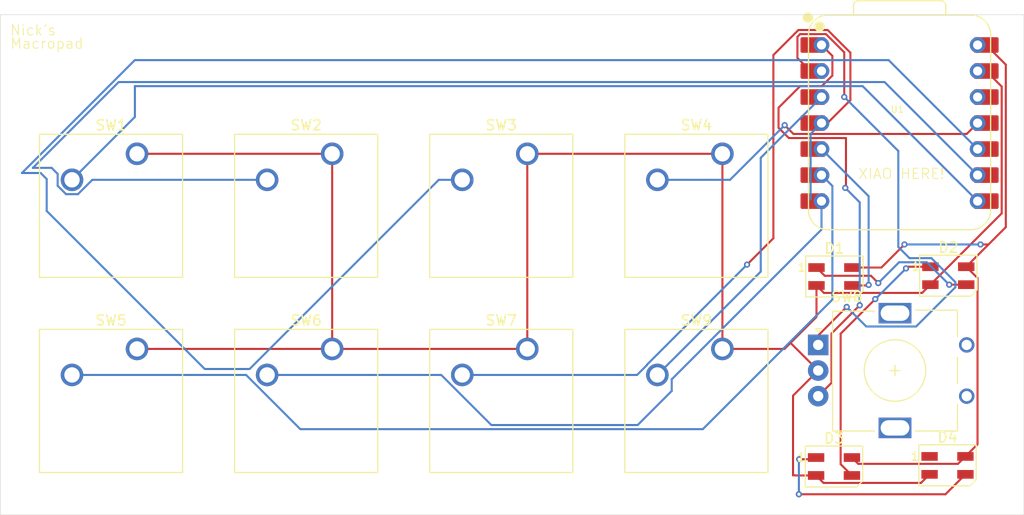
<source format=kicad_pcb>
(kicad_pcb (version 20241229) (generator "pcbnew") (generator_version "9.0")
  (layers (0 "F.Cu" signal) (2 "B.Cu" signal) (13 "F.Paste" user) (15 "B.Paste" user) (5 "F.SilkS" user "F.Silkscreen") (7 "B.SilkS" user "B.Silkscreen") (1 "F.Mask" user) (3 "B.Mask" user) (25 "Edge.Cuts" user))
  (net 0 "")
  (net 1 "GND")
  (net 2 "Net-(D1-DOUT)")
  (net 3 "Net-(D1-DIN)")
  (net 4 "+5V")
  (net 5 "Net-(U1-GPIO1{slash}RX)")
  (net 6 "Net-(U1-GPIO2{slash}SCK)")
  (net 7 "Net-(U1-GPIO4{slash}MISO)")
  (net 8 "Net-(U1-GPIO3{slash}MOSI)")
  (net 10 "Net-(D2-DOUT)")
  (net 11 "Net-(D3-DOUT)")
  (net 13 "Net-(U1-GPIO7{slash}SCL)")
  (net 14 "Net-(U1-GPIO0{slash}TX)")
  (net 15 "Net-(U1-GPIO29{slash}ADC3{slash}A3)")
  (net 16 "Net-(U1-GPIO26{slash}ADC0{slash}A0)")
  (net 17 "Net-(U1-GPIO27{slash}ADC1{slash}A1)")
  (net 18 "Net-(U1-GPIO28{slash}ADC2{slash}A2)")
  (footprint "Button_Switch_Keyboard:SW_Cherry_MX_1.00u_PCB" (layer "F.Cu") (at 116.875 74.09)
    (property "Reference" "SW2" (at -2.54 -2.794 0) (layer "F.SilkS"))
    (property "Value" "SW_Push")
    (fp_line (start -9.525 -1.905) (end 4.445 -1.905) (stroke (width 0.12)) (layer "F.SilkS"))
    (fp_line (start -9.525 12.065) (end -9.525 -1.905) (stroke (width 0.12)) (layer "F.SilkS"))
    (fp_line (start 4.445 -1.905) (end 4.445 12.065) (stroke (width 0.12)) (layer "F.SilkS"))
    (fp_line (start 4.445 12.065) (end -9.525 12.065) (stroke (width 0.12)) (layer "F.SilkS"))
    (pad "" np_thru_hole circle (at -7.62 5.08) (size 1.7 1.7) (drill 1.7) (layers "*.Cu" "*.Mask"))
    (pad "" np_thru_hole circle (at -2.54 5.08) (size 4 4) (drill 4) (layers "*.Cu" "*.Mask"))
    (pad "" np_thru_hole circle (at 2.54 5.08) (size 1.7 1.7) (drill 1.7) (layers "*.Cu" "*.Mask"))
    (pad "1" thru_hole circle (at 0 0) (size 2.2 2.2) (drill 1.5) (layers "*.Cu" "*.Mask") (net 1 "GND"))
    (pad "2" thru_hole circle (at -6.35 2.54) (size 2.2 2.2) (drill 1.5) (layers "*.Cu" "*.Mask") (net 6 "Net-(U1-GPIO2{slash}SCK)"))
  )
  (footprint "Button_Switch_Keyboard:SW_Cherry_MX_1.00u_PCB" (layer "F.Cu") (at 154.975 74.09)
    (property "Reference" "SW4" (at -2.54 -2.794 0) (layer "F.SilkS"))
    (property "Value" "SW_Push")
    (fp_line (start -9.525 -1.905) (end 4.445 -1.905) (stroke (width 0.12)) (layer "F.SilkS"))
    (fp_line (start -9.525 12.065) (end -9.525 -1.905) (stroke (width 0.12)) (layer "F.SilkS"))
    (fp_line (start 4.445 -1.905) (end 4.445 12.065) (stroke (width 0.12)) (layer "F.SilkS"))
    (fp_line (start 4.445 12.065) (end -9.525 12.065) (stroke (width 0.12)) (layer "F.SilkS"))
    (pad "" np_thru_hole circle (at -7.62 5.08) (size 1.7 1.7) (drill 1.7) (layers "*.Cu" "*.Mask"))
    (pad "" np_thru_hole circle (at -2.54 5.08) (size 4 4) (drill 4) (layers "*.Cu" "*.Mask"))
    (pad "" np_thru_hole circle (at 2.54 5.08) (size 1.7 1.7) (drill 1.7) (layers "*.Cu" "*.Mask"))
    (pad "1" thru_hole circle (at 0 0) (size 2.2 2.2) (drill 1.5) (layers "*.Cu" "*.Mask") (net 1 "GND"))
    (pad "2" thru_hole circle (at -6.35 2.54) (size 2.2 2.2) (drill 1.5) (layers "*.Cu" "*.Mask") (net 8 "Net-(U1-GPIO3{slash}MOSI)"))
  )
  (footprint "LED_SMD:LED_SK6812MINI_PLCC4_3.5x3.5mm_P1.75mm" (layer "F.Cu") (at 176.95 104.51)
    (property "Reference" "D4" (at 0 -2.75 0) (layer "F.SilkS"))
    (property "Value" "SK6812MINI")
    (fp_line (start -2.8 -2) (end -2.8 2) (stroke (width 0.12)) (layer "F.SilkS"))
    (fp_line (start -2.8 -2) (end 2.8 -2) (stroke (width 0.12)) (layer "F.SilkS"))
    (fp_line (start -2.8 2) (end 2.2 2) (stroke (width 0.12)) (layer "F.SilkS"))
    (fp_line (start 2.8 1.4) (end 2.2 2) (stroke (width 0.12)) (layer "F.SilkS"))
    (fp_line (start 2.8 1.4) (end 2.8 -2) (stroke (width 0.12)) (layer "F.SilkS"))
    (fp_text user "1" (at -3.2 -0.875 0) (layer "F.SilkS") (effects (font (size 0.8 0.8))))
    (pad "1" smd rect (at -1.75 -0.875) (size 1.6 0.85) (layers "F.Cu" "F.Mask" "F.Paste"))
    (pad "2" smd rect (at -1.75 0.875) (size 1.6 0.85) (layers "F.Cu" "F.Mask" "F.Paste") (net 1 "GND"))
    (pad "3" smd rect (at 1.75 0.875) (size 1.6 0.85) (layers "F.Cu" "F.Mask" "F.Paste") (net 11 "Net-(D3-DOUT)"))
    (pad "4" smd rect (at 1.75 -0.875) (size 1.6 0.85) (layers "F.Cu" "F.Mask" "F.Paste") (net 4 "+5V"))
  )
  (footprint "Button_Switch_Keyboard:SW_Cherry_MX_1.00u_PCB" (layer "F.Cu") (at 135.925 74.09)
    (property "Reference" "SW3" (at -2.54 -2.794 0) (layer "F.SilkS"))
    (property "Value" "SW_Push")
    (fp_line (start -9.525 -1.905) (end 4.445 -1.905) (stroke (width 0.12)) (layer "F.SilkS"))
    (fp_line (start -9.525 12.065) (end -9.525 -1.905) (stroke (width 0.12)) (layer "F.SilkS"))
    (fp_line (start 4.445 -1.905) (end 4.445 12.065) (stroke (width 0.12)) (layer "F.SilkS"))
    (fp_line (start 4.445 12.065) (end -9.525 12.065) (stroke (width 0.12)) (layer "F.SilkS"))
    (pad "" np_thru_hole circle (at -7.62 5.08) (size 1.7 1.7) (drill 1.7) (layers "*.Cu" "*.Mask"))
    (pad "" np_thru_hole circle (at -2.54 5.08) (size 4 4) (drill 4) (layers "*.Cu" "*.Mask"))
    (pad "" np_thru_hole circle (at 2.54 5.08) (size 1.7 1.7) (drill 1.7) (layers "*.Cu" "*.Mask"))
    (pad "1" thru_hole circle (at 0 0) (size 2.2 2.2) (drill 1.5) (layers "*.Cu" "*.Mask") (net 1 "GND"))
    (pad "2" thru_hole circle (at -6.35 2.54) (size 2.2 2.2) (drill 1.5) (layers "*.Cu" "*.Mask") (net 7 "Net-(U1-GPIO4{slash}MISO)"))
  )
  (footprint "Button_Switch_Keyboard:SW_Cherry_MX_1.00u_PCB" (layer "F.Cu") (at 116.875 93.14)
    (property "Reference" "SW6" (at -2.54 -2.794 0) (layer "F.SilkS"))
    (property "Value" "SW_Push")
    (fp_line (start -9.525 -1.905) (end 4.445 -1.905) (stroke (width 0.12)) (layer "F.SilkS"))
    (fp_line (start -9.525 12.065) (end -9.525 -1.905) (stroke (width 0.12)) (layer "F.SilkS"))
    (fp_line (start 4.445 -1.905) (end 4.445 12.065) (stroke (width 0.12)) (layer "F.SilkS"))
    (fp_line (start 4.445 12.065) (end -9.525 12.065) (stroke (width 0.12)) (layer "F.SilkS"))
    (pad "" np_thru_hole circle (at -7.62 5.08) (size 1.7 1.7) (drill 1.7) (layers "*.Cu" "*.Mask"))
    (pad "" np_thru_hole circle (at -2.54 5.08) (size 4 4) (drill 4) (layers "*.Cu" "*.Mask"))
    (pad "" np_thru_hole circle (at 2.54 5.08) (size 1.7 1.7) (drill 1.7) (layers "*.Cu" "*.Mask"))
    (pad "1" thru_hole circle (at 0 0) (size 2.2 2.2) (drill 1.5) (layers "*.Cu" "*.Mask") (net 1 "GND"))
    (pad "2" thru_hole circle (at -6.35 2.54) (size 2.2 2.2) (drill 1.5) (layers "*.Cu" "*.Mask") (net 14 "Net-(U1-GPIO0{slash}TX)"))
  )
  (footprint "Button_Switch_Keyboard:SW_Cherry_MX_1.00u_PCB" (layer "F.Cu") (at 135.925 93.14)
    (property "Reference" "SW7" (at -2.54 -2.794 0) (layer "F.SilkS"))
    (property "Value" "SW_Push")
    (fp_line (start -9.525 -1.905) (end 4.445 -1.905) (stroke (width 0.12)) (layer "F.SilkS"))
    (fp_line (start -9.525 12.065) (end -9.525 -1.905) (stroke (width 0.12)) (layer "F.SilkS"))
    (fp_line (start 4.445 -1.905) (end 4.445 12.065) (stroke (width 0.12)) (layer "F.SilkS"))
    (fp_line (start 4.445 12.065) (end -9.525 12.065) (stroke (width 0.12)) (layer "F.SilkS"))
    (pad "" np_thru_hole circle (at -7.62 5.08) (size 1.7 1.7) (drill 1.7) (layers "*.Cu" "*.Mask"))
    (pad "" np_thru_hole circle (at -2.54 5.08) (size 4 4) (drill 4) (layers "*.Cu" "*.Mask"))
    (pad "" np_thru_hole circle (at 2.54 5.08) (size 1.7 1.7) (drill 1.7) (layers "*.Cu" "*.Mask"))
    (pad "1" thru_hole circle (at 0 0) (size 2.2 2.2) (drill 1.5) (layers "*.Cu" "*.Mask") (net 1 "GND"))
    (pad "2" thru_hole circle (at -6.35 2.54) (size 2.2 2.2) (drill 1.5) (layers "*.Cu" "*.Mask") (net 15 "Net-(U1-GPIO29{slash}ADC3{slash}A3)"))
  )
  (footprint "Button_Switch_Keyboard:SW_Cherry_MX_1.00u_PCB" (layer "F.Cu") (at 97.825 74.09)
    (property "Reference" "SW1" (at -2.54 -2.794 0) (layer "F.SilkS"))
    (property "Value" "SW_Push")
    (fp_line (start -9.525 -1.905) (end 4.445 -1.905) (stroke (width 0.12)) (layer "F.SilkS"))
    (fp_line (start -9.525 12.065) (end -9.525 -1.905) (stroke (width 0.12)) (layer "F.SilkS"))
    (fp_line (start 4.445 -1.905) (end 4.445 12.065) (stroke (width 0.12)) (layer "F.SilkS"))
    (fp_line (start 4.445 12.065) (end -9.525 12.065) (stroke (width 0.12)) (layer "F.SilkS"))
    (pad "" np_thru_hole circle (at -7.62 5.08) (size 1.7 1.7) (drill 1.7) (layers "*.Cu" "*.Mask"))
    (pad "" np_thru_hole circle (at -2.54 5.08) (size 4 4) (drill 4) (layers "*.Cu" "*.Mask"))
    (pad "" np_thru_hole circle (at 2.54 5.08) (size 1.7 1.7) (drill 1.7) (layers "*.Cu" "*.Mask"))
    (pad "1" thru_hole circle (at 0 0) (size 2.2 2.2) (drill 1.5) (layers "*.Cu" "*.Mask") (net 1 "GND"))
    (pad "2" thru_hole circle (at -6.35 2.54) (size 2.2 2.2) (drill 1.5) (layers "*.Cu" "*.Mask") (net 5 "Net-(U1-GPIO1{slash}RX)"))
  )
  (footprint "LED_SMD:LED_SK6812MINI_PLCC4_3.5x3.5mm_P1.75mm" (layer "F.Cu") (at 165.87 104.62)
    (property "Reference" "D3" (at 0 -2.75 0) (layer "F.SilkS"))
    (property "Value" "SK6812MINI")
    (fp_line (start -2.8 -2) (end -2.8 2) (stroke (width 0.12)) (layer "F.SilkS"))
    (fp_line (start -2.8 -2) (end 2.8 -2) (stroke (width 0.12)) (layer "F.SilkS"))
    (fp_line (start -2.8 2) (end 2.2 2) (stroke (width 0.12)) (layer "F.SilkS"))
    (fp_line (start 2.8 1.4) (end 2.2 2) (stroke (width 0.12)) (layer "F.SilkS"))
    (fp_line (start 2.8 1.4) (end 2.8 -2) (stroke (width 0.12)) (layer "F.SilkS"))
    (fp_text user "1" (at -3.2 -0.875 0) (layer "F.SilkS") (effects (font (size 0.8 0.8))))
    (pad "1" smd rect (at -1.75 -0.875) (size 1.6 0.85) (layers "F.Cu" "F.Mask" "F.Paste") (net 11 "Net-(D3-DOUT)"))
    (pad "2" smd rect (at -1.75 0.875) (size 1.6 0.85) (layers "F.Cu" "F.Mask" "F.Paste") (net 1 "GND"))
    (pad "3" smd rect (at 1.75 0.875) (size 1.6 0.85) (layers "F.Cu" "F.Mask" "F.Paste") (net 10 "Net-(D2-DOUT)"))
    (pad "4" smd rect (at 1.75 -0.875) (size 1.6 0.85) (layers "F.Cu" "F.Mask" "F.Paste") (net 4 "+5V"))
  )
  (footprint "Button_Switch_Keyboard:SW_Cherry_MX_1.00u_PCB" (layer "F.Cu") (at 97.825 93.14)
    (property "Reference" "SW5" (at -2.54 -2.794 0) (layer "F.SilkS"))
    (property "Value" "SW_Push")
    (fp_line (start -9.525 -1.905) (end 4.445 -1.905) (stroke (width 0.12)) (layer "F.SilkS"))
    (fp_line (start -9.525 12.065) (end -9.525 -1.905) (stroke (width 0.12)) (layer "F.SilkS"))
    (fp_line (start 4.445 -1.905) (end 4.445 12.065) (stroke (width 0.12)) (layer "F.SilkS"))
    (fp_line (start 4.445 12.065) (end -9.525 12.065) (stroke (width 0.12)) (layer "F.SilkS"))
    (pad "" np_thru_hole circle (at -7.62 5.08) (size 1.7 1.7) (drill 1.7) (layers "*.Cu" "*.Mask"))
    (pad "" np_thru_hole circle (at -2.54 5.08) (size 4 4) (drill 4) (layers "*.Cu" "*.Mask"))
    (pad "" np_thru_hole circle (at 2.54 5.08) (size 1.7 1.7) (drill 1.7) (layers "*.Cu" "*.Mask"))
    (pad "1" thru_hole circle (at 0 0) (size 2.2 2.2) (drill 1.5) (layers "*.Cu" "*.Mask") (net 1 "GND"))
    (pad "2" thru_hole circle (at -6.35 2.54) (size 2.2 2.2) (drill 1.5) (layers "*.Cu" "*.Mask") (net 13 "Net-(U1-GPIO7{slash}SCL)"))
  )
  (footprint "Seeed Studio XIAO Series Library:XIAO-RP2040-DIP" (layer "F.Cu") (at 172.27 71.0885)
    (property "Reference" "U1" (at -0.22 -1.3385 0) (layer "F.SilkS") (effects (font (size 0.635 0.635) (thickness 0.1016))))
    (property "Value" "XIAO-RP2040-DIP")
    (fp_line (start -8.89 8.509) (end -8.89 -8.636) (stroke (width 0.127)) (layer "F.SilkS"))
    (fp_line (start -6.985 10.414) (end 6.985 10.414) (stroke (width 0.127)) (layer "F.SilkS"))
    (fp_line (start -4.495 -10.541) (end -4.491272 -11.451272) (stroke (width 0.127)) (layer "F.SilkS"))
    (fp_line (start -3.991272 -11.951) (end 4.004 -11.951) (stroke (width 0.127)) (layer "F.SilkS"))
    (fp_line (start 4.504 -11.451) (end 4.504 -10.541) (stroke (width 0.127)) (layer "F.SilkS"))
    (fp_line (start 6.985 -10.541) (end -6.985 -10.541) (stroke (width 0.1)) (layer "F.SilkS"))
    (fp_line (start 6.985 -10.541) (end -6.985 -10.541) (stroke (width 0.127)) (layer "F.SilkS"))
    (fp_line (start 8.89 8.509) (end 8.89 -8.636) (stroke (width 0.127)) (layer "F.SilkS"))
    (fp_arc (start -8.89 -8.636) (mid -8.332038 -9.983038) (end -6.985 -10.541) (stroke (width 0.127)) (layer "F.SilkS"))
    (fp_arc (start -6.985 10.414) (mid -8.332038 9.856038) (end -8.89 8.509) (stroke (width 0.127)) (layer "F.SilkS"))
    (fp_arc (start -4.491272 -11.451272) (mid -4.344728 -11.80464) (end -3.991272 -11.951) (stroke (width 0.127)) (layer "F.SilkS"))
    (fp_arc (start 4.004 -11.951) (mid 4.357553 -11.804553) (end 4.504 -11.451) (stroke (width 0.127)) (layer "F.SilkS"))
    (fp_arc (start 6.985 -10.541) (mid 8.332038 -9.983038) (end 8.89 -8.636) (stroke (width 0.127)) (layer "F.SilkS"))
    (fp_arc (start 8.89 8.509) (mid 8.332038 9.856038) (end 6.985 10.414) (stroke (width 0.127)) (layer "F.SilkS"))
    (fp_circle (center -8.95 -10.3) (end -8.95 -10.554) (stroke (width 0.5)) (fill yes) (layer "F.SilkS"))
    (fp_circle (center -7.807 -9.42) (end -7.807 -9.674) (stroke (width 0.5)) (fill yes) (layer "F.SilkS"))
    (pad "1" smd roundrect (at -8.455 -7.62 180) (size 2.432 1.524) (layers "F.Cu" "F.Mask") (roundrect_rratio 0.1) (net 16 "Net-(U1-GPIO26{slash}ADC0{slash}A0)"))
    (pad "1" thru_hole circle (at -7.62 -7.62 180) (size 1.524 1.524) (drill 0.889) (layers "*.Cu" "*.Mask") (net 16 "Net-(U1-GPIO26{slash}ADC0{slash}A0)"))
    (pad "2" smd roundrect (at -8.455 -5.08 180) (size 2.432 1.524) (layers "F.Cu" "F.Mask") (roundrect_rratio 0.1) (net 17 "Net-(U1-GPIO27{slash}ADC1{slash}A1)"))
    (pad "2" thru_hole circle (at -7.62 -5.08 180) (size 1.524 1.524) (drill 0.889) (layers "*.Cu" "*.Mask") (net 17 "Net-(U1-GPIO27{slash}ADC1{slash}A1)"))
    (pad "3" smd roundrect (at -8.455 -2.54 180) (size 2.432 1.524) (layers "F.Cu" "F.Mask") (roundrect_rratio 0.1) (net 18 "Net-(U1-GPIO28{slash}ADC2{slash}A2)"))
    (pad "3" thru_hole circle (at -7.62 -2.54 180) (size 1.524 1.524) (drill 0.889) (layers "*.Cu" "*.Mask") (net 18 "Net-(U1-GPIO28{slash}ADC2{slash}A2)"))
    (pad "4" smd roundrect (at -8.455 0 180) (size 2.432 1.524) (layers "F.Cu" "F.Mask") (roundrect_rratio 0.1) (net 15 "Net-(U1-GPIO29{slash}ADC3{slash}A3)"))
    (pad "4" thru_hole circle (at -7.62 0 180) (size 1.524 1.524) (drill 0.889) (layers "*.Cu" "*.Mask") (net 15 "Net-(U1-GPIO29{slash}ADC3{slash}A3)"))
    (pad "5" smd roundrect (at -8.455 2.54 180) (size 2.432 1.524) (layers "F.Cu" "F.Mask") (roundrect_rratio 0.1) (net 3 "Net-(D1-DIN)"))
    (pad "5" thru_hole circle (at -7.62 2.54 180) (size 1.524 1.524) (drill 0.889) (layers "*.Cu" "*.Mask") (net 3 "Net-(D1-DIN)"))
    (pad "6" smd roundrect (at -8.455 5.08 180) (size 2.432 1.524) (layers "F.Cu" "F.Mask") (roundrect_rratio 0.1) (net 13 "Net-(U1-GPIO7{slash}SCL)"))
    (pad "6" thru_hole circle (at -7.62 5.08 180) (size 1.524 1.524) (drill 0.889) (layers "*.Cu" "*.Mask") (net 13 "Net-(U1-GPIO7{slash}SCL)"))
    (pad "7" smd roundrect (at -8.455 7.62 180) (size 2.432 1.524) (layers "F.Cu" "F.Mask") (roundrect_rratio 0.1) (net 14 "Net-(U1-GPIO0{slash}TX)"))
    (pad "7" thru_hole circle (at -7.62 7.62 180) (size 1.524 1.524) (drill 0.889) (layers "*.Cu" "*.Mask") (net 14 "Net-(U1-GPIO0{slash}TX)"))
    (pad "8" thru_hole circle (at 7.62 7.62) (size 1.524 1.524) (drill 0.889) (layers "*.Cu" "*.Mask") (net 5 "Net-(U1-GPIO1{slash}RX)"))
    (pad "8" smd roundrect (at 8.455 7.62) (size 2.432 1.524) (layers "F.Cu" "F.Mask") (roundrect_rratio 0.1) (net 5 "Net-(U1-GPIO1{slash}RX)"))
    (pad "9" thru_hole circle (at 7.62 5.08) (size 1.524 1.524) (drill 0.889) (layers "*.Cu" "*.Mask") (net 6 "Net-(U1-GPIO2{slash}SCK)"))
    (pad "9" smd roundrect (at 8.455 5.08) (size 2.432 1.524) (layers "F.Cu" "F.Mask") (roundrect_rratio 0.1) (net 6 "Net-(U1-GPIO2{slash}SCK)"))
    (pad "10" thru_hole circle (at 7.62 2.54) (size 1.524 1.524) (drill 0.889) (layers "*.Cu" "*.Mask") (net 7 "Net-(U1-GPIO4{slash}MISO)"))
    (pad "10" smd roundrect (at 8.455 2.54) (size 2.432 1.524) (layers "F.Cu" "F.Mask") (roundrect_rratio 0.1) (net 7 "Net-(U1-GPIO4{slash}MISO)"))
    (pad "11" thru_hole circle (at 7.62 0) (size 1.524 1.524) (drill 0.889) (layers "*.Cu" "*.Mask") (net 8 "Net-(U1-GPIO3{slash}MOSI)"))
    (pad "11" smd roundrect (at 8.455 0) (size 2.432 1.524) (layers "F.Cu" "F.Mask") (roundrect_rratio 0.1) (net 8 "Net-(U1-GPIO3{slash}MOSI)"))
    (pad "12" thru_hole circle (at 7.62 -2.54) (size 1.524 1.524) (drill 0.889) (layers "*.Cu" "*.Mask"))
    (pad "12" smd roundrect (at 8.455 -2.54) (size 2.432 1.524) (layers "F.Cu" "F.Mask") (roundrect_rratio 0.1))
    (pad "13" thru_hole circle (at 7.62 -5.08) (size 1.524 1.524) (drill 0.889) (layers "*.Cu" "*.Mask") (net 1 "GND"))
    (pad "13" smd roundrect (at 8.455 -5.08) (size 2.432 1.524) (layers "F.Cu" "F.Mask") (roundrect_rratio 0.1) (net 1 "GND"))
    (pad "14" thru_hole circle (at 7.62 -7.62) (size 1.524 1.524) (drill 0.889) (layers "*.Cu" "*.Mask") (net 4 "+5V"))
    (pad "14" smd roundrect (at 8.455 -7.62) (size 2.432 1.524) (layers "F.Cu" "F.Mask") (roundrect_rratio 0.1) (net 4 "+5V"))
  )
  (footprint "LED_SMD:LED_SK6812MINI_PLCC4_3.5x3.5mm_P1.75mm" (layer "F.Cu") (at 177.03 85.99)
    (property "Reference" "D2" (at 0 -2.75 0) (layer "F.SilkS"))
    (property "Value" "SK6812MINI")
    (fp_line (start -2.8 -2) (end -2.8 2) (stroke (width 0.12)) (layer "F.SilkS"))
    (fp_line (start -2.8 -2) (end 2.8 -2) (stroke (width 0.12)) (layer "F.SilkS"))
    (fp_line (start -2.8 2) (end 2.2 2) (stroke (width 0.12)) (layer "F.SilkS"))
    (fp_line (start 2.8 1.4) (end 2.2 2) (stroke (width 0.12)) (layer "F.SilkS"))
    (fp_line (start 2.8 1.4) (end 2.8 -2) (stroke (width 0.12)) (layer "F.SilkS"))
    (fp_text user "1" (at -3.2 -0.875 0) (layer "F.SilkS") (effects (font (size 0.8 0.8))))
    (pad "1" smd rect (at -1.75 -0.875) (size 1.6 0.85) (layers "F.Cu" "F.Mask" "F.Paste") (net 10 "Net-(D2-DOUT)"))
    (pad "2" smd rect (at -1.75 0.875) (size 1.6 0.85) (layers "F.Cu" "F.Mask" "F.Paste") (net 1 "GND"))
    (pad "3" smd rect (at 1.75 0.875) (size 1.6 0.85) (layers "F.Cu" "F.Mask" "F.Paste") (net 2 "Net-(D1-DOUT)"))
    (pad "4" smd rect (at 1.75 -0.875) (size 1.6 0.85) (layers "F.Cu" "F.Mask" "F.Paste") (net 4 "+5V"))
  )
  (footprint "Rotary_Encoder:RotaryEncoder_Alps_EC11E_Vertical_H20mm" (layer "F.Cu") (at 164.325 92.75)
    (property "Reference" "SW8" (at 2.8 -4.7 0) (layer "F.SilkS"))
    (property "Value" "RotaryEncoder")
    (fp_line (start -0.3 -1.6) (end 0.3 -1.6) (stroke (width 0.12)) (layer "F.SilkS"))
    (fp_line (start 0 -1.3) (end -0.3 -1.6) (stroke (width 0.12)) (layer "F.SilkS"))
    (fp_line (start 0.3 -1.6) (end 0 -1.3) (stroke (width 0.12)) (layer "F.SilkS"))
    (fp_line (start 1.4 -3.3) (end 1.4 8.4) (stroke (width 0.12)) (layer "F.SilkS"))
    (fp_line (start 5.5 -3.3) (end 1.4 -3.3) (stroke (width 0.12)) (layer "F.SilkS"))
    (fp_line (start 5.5 8.4) (end 1.4 8.4) (stroke (width 0.12)) (layer "F.SilkS"))
    (fp_line (start 7 2.5) (end 8 2.5) (stroke (width 0.12)) (layer "F.SilkS"))
    (fp_line (start 7.5 2) (end 7.5 3) (stroke (width 0.12)) (layer "F.SilkS"))
    (fp_line (start 9.5 -3.4) (end 13.6 -3.4) (stroke (width 0.12)) (layer "F.SilkS"))
    (fp_line (start 13.6 -3.4) (end 13.6 -0.8) (stroke (width 0.12)) (layer "F.SilkS"))
    (fp_line (start 13.6 1.2) (end 13.6 3.8) (stroke (width 0.12)) (layer "F.SilkS"))
    (fp_line (start 13.6 5.8) (end 13.6 8.4) (stroke (width 0.12)) (layer "F.SilkS"))
    (fp_line (start 13.6 8.4) (end 9.5 8.4) (stroke (width 0.12)) (layer "F.SilkS"))
    (fp_circle (center 7.5 2.5) (end 10.5 2.5) (stroke (width 0.12)) (fill no) (layer "F.SilkS"))
    (pad "" thru_hole circle (at 14.5 0) (size 1.5 1.5) (drill 1) (layers "*.Cu" "*.Mask"))
    (pad "" thru_hole circle (at 14.5 5) (size 1.5 1.5) (drill 1) (layers "*.Cu" "*.Mask"))
    (pad "A" thru_hole rect (at 0 0) (size 2 2) (drill 1) (layers "*.Cu" "*.Mask") (net 17 "Net-(U1-GPIO27{slash}ADC1{slash}A1)"))
    (pad "B" thru_hole circle (at 0 5) (size 2 2) (drill 1) (layers "*.Cu" "*.Mask") (net 16 "Net-(U1-GPIO26{slash}ADC0{slash}A0)"))
    (pad "C" thru_hole circle (at 0 2.5) (size 2 2) (drill 1) (layers "*.Cu" "*.Mask") (net 1 "GND"))
    (pad "MP" thru_hole rect (at 7.5 -3.1) (size 3.2 2) (drill oval 2.8 1.5) (layers "*.Cu" "*.Mask"))
    (pad "MP" thru_hole rect (at 7.5 8.1) (size 3.2 2) (drill oval 2.8 1.5) (layers "*.Cu" "*.Mask"))
  )
  (footprint "Button_Switch_Keyboard:SW_Cherry_MX_1.00u_PCB" (layer "F.Cu") (at 154.975 93.14)
    (property "Reference" "SW9" (at -2.54 -2.794 0) (layer "F.SilkS"))
    (property "Value" "SW_Push")
    (fp_line (start -9.525 -1.905) (end 4.445 -1.905) (stroke (width 0.12)) (layer "F.SilkS"))
    (fp_line (start -9.525 12.065) (end -9.525 -1.905) (stroke (width 0.12)) (layer "F.SilkS"))
    (fp_line (start 4.445 -1.905) (end 4.445 12.065) (stroke (width 0.12)) (layer "F.SilkS"))
    (fp_line (start 4.445 12.065) (end -9.525 12.065) (stroke (width 0.12)) (layer "F.SilkS"))
    (pad "" np_thru_hole circle (at -7.62 5.08) (size 1.7 1.7) (drill 1.7) (layers "*.Cu" "*.Mask"))
    (pad "" np_thru_hole circle (at -2.54 5.08) (size 4 4) (drill 4) (layers "*.Cu" "*.Mask"))
    (pad "" np_thru_hole circle (at 2.54 5.08) (size 1.7 1.7) (drill 1.7) (layers "*.Cu" "*.Mask"))
    (pad "1" thru_hole circle (at 0 0) (size 2.2 2.2) (drill 1.5) (layers "*.Cu" "*.Mask") (net 1 "GND"))
    (pad "2" thru_hole circle (at -6.35 2.54) (size 2.2 2.2) (drill 1.5) (layers "*.Cu" "*.Mask") (net 18 "Net-(U1-GPIO28{slash}ADC2{slash}A2)"))
  )
  (footprint "LED_SMD:LED_SK6812MINI_PLCC4_3.5x3.5mm_P1.75mm" (layer "F.Cu") (at 165.91 86.07)
    (property "Reference" "D1" (at 0 -2.75 0) (layer "F.SilkS"))
    (property "Value" "SK6812MINI")
    (fp_line (start -2.8 -2) (end -2.8 2) (stroke (width 0.12)) (layer "F.SilkS"))
    (fp_line (start -2.8 -2) (end 2.8 -2) (stroke (width 0.12)) (layer "F.SilkS"))
    (fp_line (start -2.8 2) (end 2.2 2) (stroke (width 0.12)) (layer "F.SilkS"))
    (fp_line (start 2.8 1.4) (end 2.2 2) (stroke (width 0.12)) (layer "F.SilkS"))
    (fp_line (start 2.8 1.4) (end 2.8 -2) (stroke (width 0.12)) (layer "F.SilkS"))
    (fp_text user "1" (at -3.2 -0.875 0) (layer "F.SilkS") (effects (font (size 0.8 0.8))))
    (pad "1" smd rect (at -1.75 -0.875) (size 1.6 0.85) (layers "F.Cu" "F.Mask" "F.Paste") (net 2 "Net-(D1-DOUT)"))
    (pad "2" smd rect (at -1.75 0.875) (size 1.6 0.85) (layers "F.Cu" "F.Mask" "F.Paste") (net 1 "GND"))
    (pad "3" smd rect (at 1.75 0.875) (size 1.6 0.85) (layers "F.Cu" "F.Mask" "F.Paste") (net 3 "Net-(D1-DIN)"))
    (pad "4" smd rect (at 1.75 -0.875) (size 1.6 0.85) (layers "F.Cu" "F.Mask" "F.Paste") (net 4 "+5V"))
  )
  (gr_rect (start 84.47 60.51) (end 184.41 109.33) (stroke (width 0.05)) (fill no) (layer "Edge.Cuts"))
  (gr_text "Nick's" (at 85.37 62.61 0) (layer "F.SilkS") (effects (font (size 1 1) (thickness 0.1)) (justify left bottom)))
  (gr_text "XIAO HERE!" (at 168.17 76.63 0) (layer "F.SilkS") (effects (font (size 1 1) (thickness 0.1)) (justify left bottom)))
  (gr_text "Macropad" (at 85.39 63.91 0) (layer "F.SilkS") (effects (font (size 1 1) (thickness 0.1)) (justify left bottom)))
  (segment (start 164.325 95.25) (end 161.87 97.705) (width 0.2) (layer "F.Cu") (net 1))
  (segment (start 116.875 93.14) (end 97.825 93.14) (width 0.2) (layer "F.Cu") (net 1))
  (segment (start 164.886 87.671) (end 174.474 87.671) (width 0.2) (layer "F.Cu") (net 1))
  (segment (start 164.12 105.495) (end 164.846 106.221) (width 0.2) (layer "F.Cu") (net 1))
  (segment (start 97.825 74.09) (end 116.875 74.09) (width 0.2) (layer "F.Cu") (net 1))
  (segment (start 116.875 74.09) (end 116.875 93.14) (width 0.2) (layer "F.Cu") (net 1))
  (segment (start 175.28 86.865) (end 182.242 79.903) (width 0.2) (layer "F.Cu") (net 1))
  (segment (start 174.364 106.221) (end 175.2 105.385) (width 0.2) (layer "F.Cu") (net 1))
  (segment (start 182.242 79.903) (end 182.242 67.5255) (width 0.2) (layer "F.Cu") (net 1))
  (segment (start 161.62625 92.55125) (end 164.325 95.25) (width 0.2) (layer "F.Cu") (net 1))
  (segment (start 161.87 97.705) (end 161.87 105.48) (width 0.2) (layer "F.Cu") (net 1))
  (segment (start 162.105 105.495) (end 164.12 105.495) (width 0.2) (layer "F.Cu") (net 1))
  (segment (start 164.16 86.945) (end 164.886 87.671) (width 0.2) (layer "F.Cu") (net 1))
  (segment (start 135.925 74.09) (end 135.925 93.14) (width 0.2) (layer "F.Cu") (net 1))
  (segment (start 161.87 105.48) (end 162.09 105.48) (width 0.2) (layer "F.Cu") (net 1))
  (segment (start 161.62625 92.55125) (end 164.16 90.0175) (width 0.2) (layer "F.Cu") (net 1))
  (segment (start 162.09 105.48) (end 162.105 105.495) (width 0.2) (layer "F.Cu") (net 1))
  (segment (start 164.846 106.221) (end 174.364 106.221) (width 0.2) (layer "F.Cu") (net 1))
  (segment (start 154.975 74.09) (end 154.975 93.14) (width 0.2) (layer "F.Cu") (net 1))
  (segment (start 135.925 74.09) (end 154.975 74.09) (width 0.2) (layer "F.Cu") (net 1))
  (segment (start 182.242 67.5255) (end 180.725 66.0085) (width 0.2) (layer "F.Cu") (net 1))
  (segment (start 174.474 87.671) (end 175.28 86.865) (width 0.2) (layer "F.Cu") (net 1))
  (segment (start 161.62625 92.55125) (end 161.0375 93.14) (width 0.2) (layer "F.Cu") (net 1))
  (segment (start 116.875 93.14) (end 135.925 93.14) (width 0.2) (layer "F.Cu") (net 1))
  (segment (start 164.16 90.0175) (end 164.16 86.945) (width 0.2) (layer "F.Cu") (net 1))
  (segment (start 161.0375 93.14) (end 154.975 93.14) (width 0.2) (layer "F.Cu") (net 1))
  (segment (start 164.965 86) (end 164.16 85.195) (width 0.2) (layer "F.Cu") (net 2))
  (segment (start 177.125 86.865) (end 177.12 86.87) (width 0.2) (layer "F.Cu") (net 2))
  (segment (start 170.19 86.71) (end 169.48 86) (width 0.2) (layer "F.Cu") (net 2))
  (segment (start 178.78 86.865) (end 177.125 86.865) (width 0.2) (layer "F.Cu") (net 2))
  (segment (start 169.48 86) (end 164.965 86) (width 0.2) (layer "F.Cu") (net 2))
  (via (at 177.12 86.87) (size 0.6) (drill 0.3) (layers "F.Cu" "B.Cu") (net 2))
  (via (at 170.19 86.71) (size 0.6) (drill 0.3) (layers "F.Cu" "B.Cu") (net 2))
  (segment (start 172.221 84.679) (end 170.19 86.71) (width 0.2) (layer "B.Cu") (net 2))
  (segment (start 177.12 86.87) (end 174.929 84.679) (width 0.2) (layer "B.Cu") (net 2))
  (segment (start 174.929 84.679) (end 172.221 84.679) (width 0.2) (layer "B.Cu") (net 2))
  (segment (start 169.195 86.945) (end 169.25 86.89) (width 0.2) (layer "F.Cu") (net 3))
  (segment (start 167.66 86.945) (end 169.195 86.945) (width 0.2) (layer "F.Cu") (net 3))
  (via (at 169.25 86.89) (size 0.6) (drill 0.3) (layers "F.Cu" "B.Cu") (net 3))
  (segment (start 169.25 86.89) (end 169.25 78.2285) (width 0.2) (layer "B.Cu") (net 3))
  (segment (start 169.25 78.2285) (end 164.65 73.6285) (width 0.2) (layer "B.Cu") (net 3))
  (segment (start 178.78 85.115) (end 179.881 86.216) (width 0.2) (layer "F.Cu") (net 4))
  (segment (start 167.66 85.195) (end 170.495 85.195) (width 0.2) (layer "F.Cu") (net 4))
  (segment (start 180.17 82.94) (end 180.955 82.94) (width 0.2) (layer "F.Cu") (net 4))
  (segment (start 178.7 103.635) (end 177.974 104.361) (width 0.2) (layer "F.Cu") (net 4))
  (segment (start 182.643 81.252) (end 180.955 82.94) (width 0.2) (layer "F.Cu") (net 4))
  (segment (start 179.881 102.454) (end 178.7 103.635) (width 0.2) (layer "F.Cu") (net 4))
  (segment (start 182.643 65.3865) (end 182.643 81.252) (width 0.2) (layer "F.Cu") (net 4))
  (segment (start 180.955 82.94) (end 178.78 85.115) (width 0.2) (layer "F.Cu") (net 4))
  (segment (start 170.495 85.195) (end 172.75 82.94) (width 0.2) (layer "F.Cu") (net 4))
  (segment (start 179.881 86.216) (end 179.881 102.454) (width 0.2) (layer "F.Cu") (net 4))
  (segment (start 177.974 104.361) (end 168.236 104.361) (width 0.2) (layer "F.Cu") (net 4))
  (segment (start 168.236 104.361) (end 167.62 103.745) (width 0.2) (layer "F.Cu") (net 4))
  (segment (start 180.725 63.4685) (end 182.643 65.3865) (width 0.2) (layer "F.Cu") (net 4))
  (via (at 172.75 82.94) (size 0.6) (drill 0.3) (layers "F.Cu" "B.Cu") (net 4))
  (via (at 180.17 82.94) (size 0.6) (drill 0.3) (layers "F.Cu" "B.Cu") (net 4))
  (segment (start 172.75 82.94) (end 180.17 82.94) (width 0.2) (layer "B.Cu") (net 4))
  (segment (start 180.23 83) (end 180.17 82.94) (width 0.2) (layer "B.Cu") (net 4))
  (segment (start 168.667 67.4855) (end 179.89 78.7085) (width 0.2) (layer "B.Cu") (net 5))
  (segment (start 97.6145 70.4905) (end 91.475 76.63) (width 0.2) (layer "B.Cu") (net 5))
  (segment (start 97.6145 67.4855) (end 97.6145 70.4905) (width 0.2) (layer "B.Cu") (net 5))
  (segment (start 97.6145 67.4855) (end 168.667 67.4855) (width 0.2) (layer "B.Cu") (net 5))
  (segment (start 87.65775 75.460936) (end 96.034186 67.0845) (width 0.2) (layer "B.Cu") (net 6))
  (segment (start 110.525 76.63) (end 93.456314 76.63) (width 0.2) (layer "B.Cu") (net 6))
  (segment (start 90.894686 78.031) (end 90.074 77.210314) (width 0.2) (layer "B.Cu") (net 6))
  (segment (start 92.055314 78.031) (end 90.894686 78.031) (width 0.2) (layer "B.Cu") (net 6))
  (segment (start 93.456314 76.63) (end 92.055314 78.031) (width 0.2) (layer "B.Cu") (net 6))
  (segment (start 96.034186 67.0845) (end 170.806 67.0845) (width 0.2) (layer "B.Cu") (net 6))
  (segment (start 170.806 67.0845) (end 179.89 76.1685) (width 0.2) (layer "B.Cu") (net 6))
  (segment (start 90.074 77.210314) (end 90.074 76.049686) (width 0.2) (layer "B.Cu") (net 6))
  (segment (start 89.48525 75.460936) (end 90.074 76.049686) (width 0.2) (layer "B.Cu") (net 6))
  (segment (start 87.65775 75.460936) (end 89.48525 75.460936) (width 0.2) (layer "B.Cu") (net 6))
  (segment (start 104.436216 95.099686) (end 89.004 79.66747) (width 0.2) (layer "B.Cu") (net 7))
  (segment (start 171.207 64.9455) (end 179.89 73.6285) (width 0.2) (layer "B.Cu") (net 7))
  (segment (start 89.004 79.66747) (end 89.004 76.552586) (width 0.2) (layer "B.Cu") (net 7))
  (segment (start 129.575 76.63) (end 127.285284 76.63) (width 0.2) (layer "B.Cu") (net 7))
  (segment (start 86.58775 75.963836) (end 88.41525 75.963836) (width 0.2) (layer "B.Cu") (net 7))
  (segment (start 127.285284 76.63) (end 108.815598 95.099686) (width 0.2) (layer "B.Cu") (net 7))
  (segment (start 86.58775 75.963836) (end 97.606086 64.9455) (width 0.2) (layer "B.Cu") (net 7))
  (segment (start 97.606086 64.9455) (end 171.207 64.9455) (width 0.2) (layer "B.Cu") (net 7))
  (segment (start 108.815598 95.099686) (end 104.436216 95.099686) (width 0.2) (layer "B.Cu") (net 7))
  (segment (start 88.41525 75.963836) (end 89.004 76.552586) (width 0.2) (layer "B.Cu") (net 7))
  (segment (start 161.9115 72.1515) (end 178.827 72.1515) (width 0.2) (layer "F.Cu") (net 8))
  (segment (start 161.054985 71.294985) (end 161.9115 72.1515) (width 0.2) (layer "F.Cu") (net 8))
  (segment (start 178.827 72.1515) (end 179.89 71.0885) (width 0.2) (layer "F.Cu") (net 8))
  (via (at 161.054985 71.294985) (size 0.6) (drill 0.3) (layers "F.Cu" "B.Cu") (net 8))
  (segment (start 155.71997 76.63) (end 161.054985 71.294985) (width 0.2) (layer "B.Cu") (net 8))
  (segment (start 148.625 76.63) (end 155.71997 76.63) (width 0.2) (layer "B.Cu") (net 8))
  (segment (start 166.519 104.394) (end 166.519 91.650873) (width 0.2) (layer "F.Cu") (net 10))
  (segment (start 173.065 85.115) (end 175.28 85.115) (width 0.2) (layer "F.Cu") (net 10))
  (segment (start 166.519 91.650873) (end 169.898873 88.271) (width 0.2) (layer "F.Cu") (net 10))
  (segment (start 172.9 85.28) (end 173.065 85.115) (width 0.2) (layer "F.Cu") (net 10))
  (segment (start 167.62 105.495) (end 166.519 104.394) (width 0.2) (layer "F.Cu") (net 10))
  (via (at 172.9 85.28) (size 0.6) (drill 0.3) (layers "F.Cu" "B.Cu") (net 10))
  (via (at 169.898873 88.271) (size 0.6) (drill 0.3) (layers "F.Cu" "B.Cu") (net 10))
  (segment (start 169.898873 88.271) (end 169.909 88.271) (width 0.2) (layer "B.Cu") (net 10))
  (segment (start 169.909 88.271) (end 172.9 85.28) (width 0.2) (layer "B.Cu") (net 10))
  (segment (start 176.755 107.33) (end 162.44 107.33) (width 0.2) (layer "F.Cu") (net 11))
  (segment (start 162.47 103.91) (end 163.955 103.91) (width 0.2) (layer "F.Cu") (net 11))
  (segment (start 178.7 105.385) (end 176.755 107.33) (width 0.2) (layer "F.Cu") (net 11))
  (segment (start 163.955 103.91) (end 164.12 103.745) (width 0.2) (layer "F.Cu") (net 11))
  (via (at 162.44 107.33) (size 0.6) (drill 0.3) (layers "F.Cu" "B.Cu") (net 11))
  (via (at 162.47 103.91) (size 0.6) (drill 0.3) (layers "F.Cu" "B.Cu") (net 11))
  (segment (start 162.44 103.94) (end 162.47 103.91) (width 0.2) (layer "B.Cu") (net 11))
  (segment (start 162.44 107.33) (end 162.44 103.94) (width 0.2) (layer "B.Cu") (net 11))
  (segment (start 91.475 95.68) (end 108.470184 95.68) (width 0.2) (layer "B.Cu") (net 13))
  (segment (start 165.713 88.32353) (end 165.713 77.2315) (width 0.2) (layer "B.Cu") (net 13))
  (segment (start 108.470184 95.68) (end 113.762184 100.972) (width 0.2) (layer "B.Cu") (net 13))
  (segment (start 165.713 77.2315) (end 164.65 76.1685) (width 0.2) (layer "B.Cu") (net 13))
  (segment (start 153.06453 100.972) (end 165.713 88.32353) (width 0.2) (layer "B.Cu") (net 13))
  (segment (start 113.762184 100.972) (end 153.06453 100.972) (width 0.2) (layer "B.Cu") (net 13))
  (segment (start 164.65 81.483686) (end 150.026 96.107686) (width 0.2) (layer "B.Cu") (net 14))
  (segment (start 132.411184 100.571) (end 146.70247 100.571) (width 0.2) (layer "B.Cu") (net 14))
  (segment (start 164.65 78.7085) (end 164.65 81.483686) (width 0.2) (layer "B.Cu") (net 14))
  (segment (start 164.4115 78.7085) (end 164.65 78.7085) (width 0.2) (layer "B.Cu") (net 14))
  (segment (start 150.026 96.107686) (end 150.026 97.24747) (width 0.2) (layer "B.Cu") (net 14))
  (segment (start 110.525 95.68) (end 127.520184 95.68) (width 0.2) (layer "B.Cu") (net 14))
  (segment (start 150.026 97.24747) (end 146.70247 100.571) (width 0.2) (layer "B.Cu") (net 14))
  (segment (start 127.520184 95.68) (end 132.411184 100.571) (width 0.2) (layer "B.Cu") (net 14))
  (segment (start 157.38 84.91) (end 159.95181 82.33819) (width 0.2) (layer "F.Cu") (net 15))
  (segment (start 159.95181 64.445964) (end 162.393274 62.0045) (width 0.2) (layer "F.Cu") (net 15))
  (segment (start 162.393274 62.0045) (end 165.25641 62.0045) (width 0.2) (layer "F.Cu") (net 15))
  (segment (start 167.471 64.21909) (end 167.471 68.849) (width 0.2) (layer "F.Cu") (net 15))
  (segment (start 165.2315 71.0885) (end 164.65 71.0885) (width 0.2) (layer "F.Cu") (net 15))
  (segment (start 165.25641 62.0045) (end 167.471 64.21909) (width 0.2) (layer "F.Cu") (net 15))
  (segment (start 167.471 68.849) (end 165.2315 71.0885) (width 0.2) (layer "F.Cu") (net 15))
  (segment (start 159.95181 82.33819) (end 159.95181 64.445964) (width 0.2) (layer "F.Cu") (net 15))
  (via (at 157.38 84.91) (size 0.6) (drill 0.3) (layers "F.Cu" "B.Cu") (net 15))
  (segment (start 147.60975 94.713936) (end 147.60975 94.68025) (width 0.2) (layer "B.Cu") (net 15))
  (segment (start 129.575 95.68) (end 146.643686 95.68) (width 0.2) (layer "B.Cu") (net 15))
  (segment (start 163.587 78.533686) (end 163.587 72.1515) (width 0.2) (layer "B.Cu") (net 15))
  (segment (start 147.60975 94.68025) (end 157.38 84.91) (width 0.2) (layer "B.Cu") (net 15))
  (segment (start 147.60975 94.713936) (end 146.643686 95.68) (width 0.2) (layer "B.Cu") (net 15))
  (segment (start 163.587 72.1515) (end 164.65 71.0885) (width 0.2) (layer "B.Cu") (net 15))
  (segment (start 160.453985 71.543928) (end 160.453985 69.590889) (width 0.2) (layer "F.Cu") (net 16))
  (segment (start 161.462557 72.5525) (end 160.453985 71.543928) (width 0.2) (layer "F.Cu") (net 16))
  (segment (start 165.626 91.634) (end 168.38 88.88) (width 0.2) (layer "F.Cu") (net 16))
  (segment (start 164.67631 67.4855) (end 165.713 66.44881) (width 0.2) (layer "F.Cu") (net 16))
  (segment (start 165.713 66.44881) (end 165.713 64.5315) (width 0.2) (layer "F.Cu") (net 16))
  (segment (start 165.713 64.5315) (end 164.65 63.4685) (width 0.2) (layer "F.Cu") (net 16))
  (segment (start 164.325 97.75) (end 165.626 96.449) (width 0.2) (layer "F.Cu") (net 16))
  (segment (start 165.626 96.449) (end 165.626 91.634) (width 0.2) (layer "F.Cu") (net 16))
  (segment (start 167.0375 77.3525) (end 167.0375 72.5525) (width 0.2) (layer "F.Cu") (net 16))
  (segment (start 166.97 77.42) (end 167.0375 77.3525) (width 0.2) (layer "F.Cu") (net 16))
  (segment (start 167.0375 72.5525) (end 161.462557 72.5525) (width 0.2) (layer "F.Cu") (net 16))
  (segment (start 160.453985 69.590889) (end 162.559374 67.4855) (width 0.2) (layer "F.Cu") (net 16))
  (segment (start 162.559374 67.4855) (end 164.67631 67.4855) (width 0.2) (layer "F.Cu") (net 16))
  (via (at 166.97 77.42) (size 0.6) (drill 0.3) (layers "F.Cu" "B.Cu") (net 16))
  (via (at 168.38 88.88) (size 0.6) (drill 0.3) (layers "F.Cu" "B.Cu") (net 16))
  (segment (start 168.38 78.83) (end 166.97 77.42) (width 0.2) (layer "B.Cu") (net 16))
  (segment (start 168.38 88.88) (end 168.38 78.83) (width 0.2) (layer "B.Cu") (net 16))
  (segment (start 163.57237 66.0085) (end 164.65 66.0085) (width 0.2) (layer "F.Cu") (net 17))
  (segment (start 162.298 62.666874) (end 162.298 64.73413) (width 0.2) (layer "F.Cu") (net 17))
  (segment (start 162.559374 62.4055) (end 162.298 62.666874) (width 0.2) (layer "F.Cu") (net 17))
  (segment (start 165.09031 62.4055) (end 162.559374 62.4055) (width 0.2) (layer "F.Cu") (net 17))
  (segment (start 164.325 92.75) (end 164.325 91.825) (width 0.2) (layer "F.Cu") (net 17))
  (segment (start 166.87 68.54) (end 166.87 64.18519) (width 0.2) (layer "F.Cu") (net 17))
  (segment (start 166.87 64.18519) (end 165.09031 62.4055) (width 0.2) (layer "F.Cu") (net 17))
  (segment (start 164.325 91.825) (end 167.11 89.04) (width 0.2) (layer "F.Cu") (net 17))
  (segment (start 162.298 64.73413) (end 163.57237 66.0085) (width 0.2) (layer "F.Cu") (net 17))
  (via (at 166.87 68.54) (size 0.6) (drill 0.3) (layers "F.Cu" "B.Cu") (net 17))
  (via (at 167.11 89.04) (size 0.6) (drill 0.3) (layers "F.Cu" "B.Cu") (net 17))
  (segment (start 177.721 87.118943) (end 177.721 86.621057) (width 0.2) (layer "B.Cu") (net 17))
  (segment (start 177.721 86.621057) (end 175.377943 84.278) (width 0.2) (layer "B.Cu") (net 17))
  (segment (start 172.149 73.819) (end 166.87 68.54) (width 0.2) (layer "B.Cu") (net 17))
  (segment (start 175.377943 84.278) (end 173.238057 84.278) (width 0.2) (layer "B.Cu") (net 17))
  (segment (start 173.888943 90.951) (end 177.721 87.118943) (width 0.2) (layer "B.Cu") (net 17))
  (segment (start 172.149 83.188943) (end 172.149 73.819) (width 0.2) (layer "B.Cu") (net 17))
  (segment (start 169.021 90.951) (end 173.888943 90.951) (width 0.2) (layer "B.Cu") (net 17))
  (segment (start 167.11 89.04) (end 169.021 90.951) (width 0.2) (layer "B.Cu") (net 17))
  (segment (start 173.238057 84.278) (end 172.149 83.188943) (width 0.2) (layer "B.Cu") (net 17))
  (segment (start 148.625 95.68) (end 158.716 85.589) (width 0.2) (layer "B.Cu") (net 18))
  (segment (start 158.716 74.4825) (end 164.65 68.5485) (width 0.2) (layer "B.Cu") (net 18))
  (segment (start 158.716 85.589) (end 158.716 74.4825) (width 0.2) (layer "B.Cu") (net 18))
)
</source>
